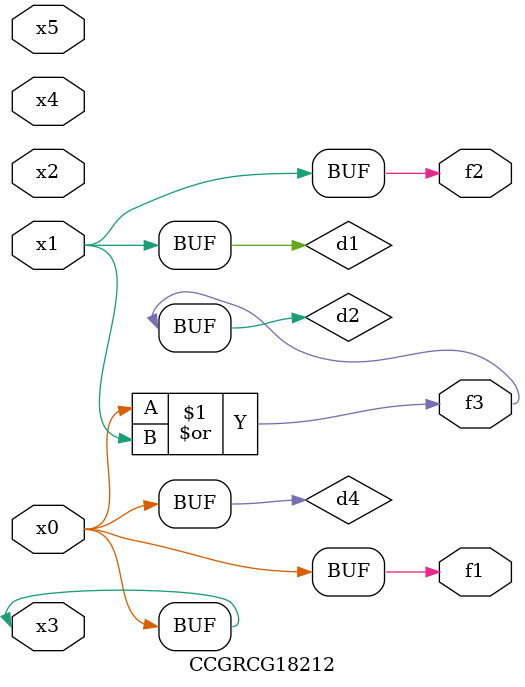
<source format=v>
module CCGRCG18212(
	input x0, x1, x2, x3, x4, x5,
	output f1, f2, f3
);

	wire d1, d2, d3, d4;

	and (d1, x1);
	or (d2, x0, x1);
	nand (d3, x0, x5);
	buf (d4, x0, x3);
	assign f1 = d4;
	assign f2 = d1;
	assign f3 = d2;
endmodule

</source>
